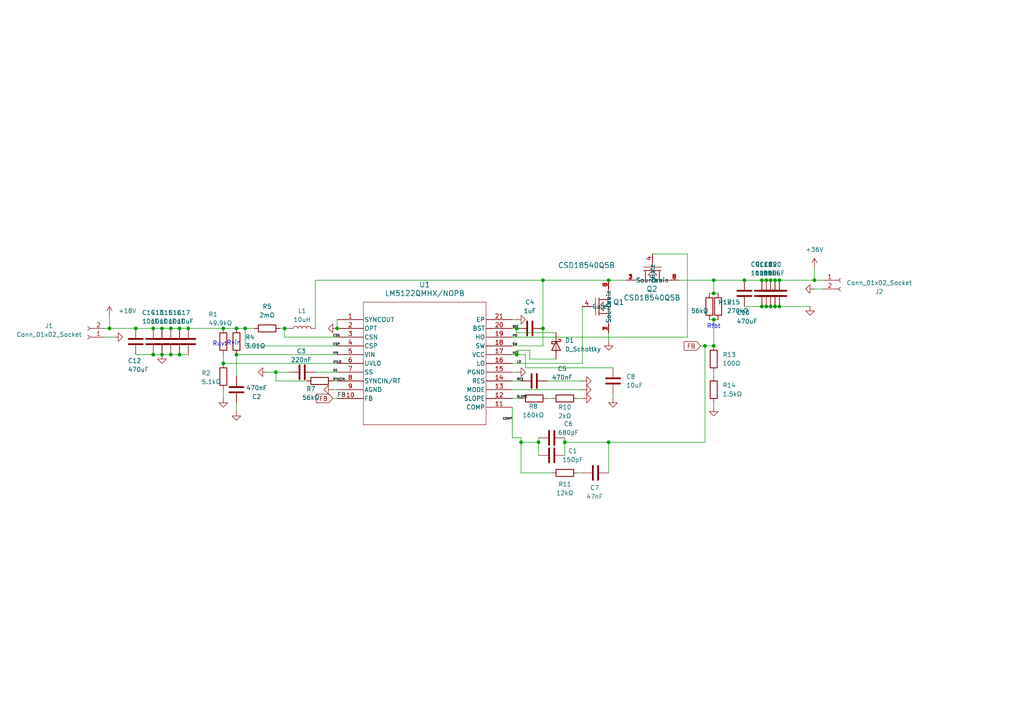
<source format=kicad_sch>
(kicad_sch (version 20250114) (generator "eeschema") (generator_version "9.0")
  (paper "A4")
  (title_block (title "15-22V Boost converter") (date "2026-02-08") (rev "B") (comment 2 "voltage rating checked"))
  (lib_symbols
    (symbol "Boost_Converter_Library:CSD18540Q5B" (pin_names (offset 0.254))
      (property "Value" "CSD18540Q5B" (at -6.985 10.16 0))
      (symbol "CSD18540Q5B_1_1"
        (polyline (pts (xy -3.81 0) (xy -1.27 0)) (stroke (width 0.1524)))
        (polyline (pts (xy -1.27 0) (xy 0 0)) (stroke (width 0.1524)))
        (polyline (pts (xy 0 -2.54) (xy 0 2.54)) (stroke (width 0.1524)))
        (polyline (pts (xy 1.016 2.54) (xy 1.016 -2.54)) (stroke (width 0.1524)))
        (polyline (pts (xy 1.016 2.54) (xy 1.016 -2.54)) (stroke (width 0.1524)))
        (polyline (pts (xy 1.016 0) (xy 2.286 1.27)) (stroke (width 0.1524)))
        (polyline (pts (xy 1.016 -2.032) (xy 3.81 -2.032)) (stroke (width 0.1524)))
        (polyline (pts (xy 1.27 -2.032) (xy 3.556 -2.032)) (stroke (width 0.1524)))
        (polyline (pts (xy 2.286 1.27) (xy 2.286 -1.27)) (stroke (width 0.1524)))
        (polyline (pts (xy 2.286 0) (xy 3.81 0)) (stroke (width 0.1524)))
        (polyline (pts (xy 2.286 -1.27) (xy 1.016 0)) (stroke (width 0.1524)))
        (polyline (pts (xy 2.794 0) (xy 3.81 0)) (stroke (width 0.1524)))
        (polyline (pts (xy 3.81 7.366) (xy 3.81 4.826)) (stroke (width 0.1524)))
        (polyline (pts (xy 3.81 5.08) (xy 3.81 2.54)) (stroke (width 0.1524)))
        (polyline (pts (xy 3.81 2.54) (xy 3.81 2.032)) (stroke (width 0.1524)))
        (polyline (pts (xy 3.81 2.54) (xy 3.81 2.032)) (stroke (width 0.1524)))
        (polyline (pts (xy 3.81 2.032) (xy 1.016 2.032)) (stroke (width 0.1524)))
        (polyline (pts (xy 3.81 2.032) (xy 1.27 2.032)) (stroke (width 0.1524)))
        (polyline (pts (xy 3.81 0) (xy 3.81 -2.54)) (stroke (width 0.1524)))
        (polyline (pts (xy 3.81 0) (xy 3.81 -2.54)) (stroke (width 0.1524)))
        (polyline (pts (xy 3.81 -2.54) (xy 3.81 -5.08)) (stroke (width 0.1524)))
        (polyline (pts (xy 3.81 -7.62) (xy 3.81 -5.08)) (stroke (width 0.1524)))
        (pin unspecified line (at -3.81 0 0) (length 2.54) (name "Gate") (number "4"))
        (pin unspecified line (at 3.81 7.62 270) (length 2.54) (name "Drain") (number "5"))
        (pin unspecified line (at 3.81 7.62 270) (length 2.54) (name "Drain") (number "6"))
        (pin unspecified line (at 3.81 7.62 270) (length 2.54) (name "Drain") (number "7"))
        (pin unspecified line (at 3.81 7.62 270) (length 2.54) (name "Drain") (number "8"))
        (pin unspecified line (at 3.81 -7.62 90) (length 2.54) (name "Source") (number "1"))
        (pin unspecified line (at 3.81 -7.62 90) (length 2.54) (name "Source") (number "2"))
        (pin unspecified line (at 3.81 -7.62 90) (length 2.54) (name "Source") (number "3"))
      )
    )
    (symbol "Boost_Converter_Library:LM5122QMH_NOPB" (pin_names (offset 0.254))
      (property "Reference" "U" (at 25.4 10.16 0))
      (property "Value" "LM5122QMH/NOPB" (at 25.4 7.62 0))
      (symbol "LM5122QMH_NOPB_0_1"
        (polyline (pts (xy 7.62 5.08) (xy 7.62 -30.48)) (stroke (width 0.127)))
        (polyline (pts (xy 7.62 -30.48) (xy 43.18 -30.48)) (stroke (width 0.127)))
        (polyline (pts (xy 43.18 5.08) (xy 7.62 5.08)) (stroke (width 0.127)))
        (polyline (pts (xy 43.18 -30.48) (xy 43.18 5.08)) (stroke (width 0.127)))
        (pin output line (at 0 0 0) (length 7.62) (name "SYNCOUT") (number "1"))
        (pin input line (at 0 -2.54 0) (length 7.62) (name "OPT") (number "2"))
        (pin input line (at 0 -5.08 0) (length 7.62) (name "CSN") (number "3"))
        (pin input line (at 0 -7.62 0) (length 7.62) (name "CSP") (number "4"))
        (pin input line (at 0 -10.16 0) (length 7.62) (name "VIN") (number "5"))
        (pin input line (at 0 -12.7 0) (length 7.62) (name "UVLO") (number "6"))
        (pin input line (at 0 -15.24 0) (length 7.62) (name "SS") (number "7"))
        (pin input line (at 0 -17.78 0) (length 7.62) (name "SYNCIN/RT") (number "8"))
        (pin power_in line (at 0 -20.32 0) (length 7.62) (name "AGND") (number "9"))
        (pin input line (at 0 -22.86 0) (length 7.62) (name "FB") (number "10"))
        (pin power_out line (at 50.8 0 180) (length 7.62) (name "EP") (number "21"))
        (pin input line (at 50.8 -2.54 180) (length 7.62) (name "BST") (number "20"))
        (pin output line (at 50.8 -5.08 180) (length 7.62) (name "HO") (number "19"))
        (pin bidirectional line (at 50.8 -7.62 180) (length 7.62) (name "SW") (number "18"))
        (pin power_in line (at 50.8 -10.16 180) (length 7.62) (name "VCC") (number "17"))
        (pin output line (at 50.8 -12.7 180) (length 7.62) (name "LO") (number "16"))
        (pin power_in line (at 50.8 -15.24 180) (length 7.62) (name "PGND") (number "15"))
        (pin output line (at 50.8 -17.78 180) (length 7.62) (name "RES") (number "14"))
        (pin input line (at 50.8 -20.32 180) (length 7.62) (name "MODE") (number "13"))
        (pin input line (at 50.8 -22.86 180) (length 7.62) (name "SLOPE") (number "12"))
        (pin output line (at 50.8 -25.4 180) (length 7.62) (name "COMP") (number "11"))
      )
    )
    (symbol "Connector:Conn_01x02_Socket" (pin_names (offset 1.016) (hide yes))
      (property "Reference" "J" (at 0 2.54 0))
      (property "Value" "Conn_01x02_Socket" (at 0 -5.08 0))
      (symbol "Conn_01x02_Socket_1_1"
        (polyline (pts (xy -1.27 0) (xy -0.508 0)) (stroke (width 0.1524)))
        (polyline (pts (xy -1.27 -2.54) (xy -0.508 -2.54)) (stroke (width 0.1524)))
        (arc (start 0 -0.508) (mid -0.5058 0) (end 0 0.508) (stroke (width 0.1524)))
        (arc (start 0 -3.048) (mid -0.5058 -2.54) (end 0 -2.032) (stroke (width 0.1524)))
        (pin passive line (at -5.08 0 0) (length 3.81) (name "Pin_1") (number "1"))
        (pin passive line (at -5.08 -2.54 0) (length 3.81) (name "Pin_2") (number "2"))
      )
    )
    (symbol "Device:C" (pin_numbers (hide yes)) (pin_names (offset 0.254))
      (property "Reference" "C" (at 0.635 2.54 0))
      (property "Value" "C" (at 0.635 -2.54 0))
      (symbol "C_0_1"
        (polyline (pts (xy -2.032 0.762) (xy 2.032 0.762)) (stroke (width 0.508)))
        (polyline (pts (xy -2.032 -0.762) (xy 2.032 -0.762)) (stroke (width 0.508)))
      )
      (symbol "C_1_1"
        (pin passive line (at 0 3.81 270) (length 2.794) (name "~") (number "1"))
        (pin passive line (at 0 -3.81 90) (length 2.794) (name "~") (number "2"))
      )
    )
    (symbol "Device:D_Schottky" (pin_numbers (hide yes)) (pin_names (offset 1.016) (hide yes))
      (property "Reference" "D" (at 0 2.54 0))
      (property "Value" "D_Schottky" (at 0 -2.54 0))
      (symbol "D_Schottky_0_1"
        (polyline (pts (xy -1.905 0.635) (xy -1.905 1.27) (xy -1.27 1.27) (xy -1.27 -1.27) (xy -0.635 -1.27) (xy -0.635 -0.635)) (stroke (width 0.254)))
        (polyline (pts (xy 1.27 1.27) (xy 1.27 -1.27) (xy -1.27 0) (xy 1.27 1.27)) (stroke (width 0.254)))
        (polyline (pts (xy 1.27 0) (xy -1.27 0)))
      )
      (symbol "D_Schottky_1_1"
        (pin passive line (at -3.81 0 0) (length 2.54) (name "K") (number "1"))
        (pin passive line (at 3.81 0 180) (length 2.54) (name "A") (number "2"))
      )
    )
    (symbol "Device:L" (pin_numbers (hide yes)) (pin_names (offset 1.016) (hide yes))
      (property "Reference" "L" (at -1.27 0 90))
      (property "Value" "L" (at 1.905 0 90))
      (symbol "L_0_1"
        (arc (start 0 2.54) (mid 0.6323 1.905) (end 0 1.27))
        (arc (start 0 1.27) (mid 0.6323 0.635) (end 0 0))
        (arc (start 0 0) (mid 0.6323 -0.635) (end 0 -1.27))
        (arc (start 0 -1.27) (mid 0.6323 -1.905) (end 0 -2.54))
      )
      (symbol "L_1_1"
        (pin passive line (at 0 3.81 270) (length 1.27) (name "1") (number "1"))
        (pin passive line (at 0 -3.81 90) (length 1.27) (name "2") (number "2"))
      )
    )
    (symbol "Device:R" (pin_numbers (hide yes)) (pin_names (offset 0))
      (property "Reference" "R" (at 2.032 0 90))
      (property "Value" "R" (at 0 0 90))
      (symbol "R_0_1"
        (rectangle (start -1.016 -2.54) (end 1.016 2.54) (stroke (width 0.254)))
      )
      (symbol "R_1_1"
        (pin passive line (at 0 3.81 270) (length 1.27) (name "~") (number "1"))
        (pin passive line (at 0 -3.81 90) (length 1.27) (name "~") (number "2"))
      )
    )
    (symbol "power:+24V" (power) (pin_numbers (hide yes)) (pin_names (offset 0) (hide yes))
      (property "Value" "+24V" (at 0 3.556 0))
      (symbol "+24V_0_1"
        (polyline (pts (xy -0.762 1.27) (xy 0 2.54)))
        (polyline (pts (xy 0 2.54) (xy 0.762 1.27)))
        (polyline (pts (xy 0 0) (xy 0 2.54)))
      )
      (symbol "+24V_1_1"
        (pin power_in line (at 0 0 90) (length 0) (name "~") (number "1"))
      )
    )
    (symbol "power:GND" (power) (pin_numbers (hide yes)) (pin_names (offset 0) (hide yes))
      (property "Value" "GND" (at 0 -3.81 0))
      (symbol "GND_0_1"
        (polyline (pts (xy 0 0) (xy 0 -1.27) (xy 1.27 -1.27) (xy 0 -2.54) (xy -1.27 -1.27) (xy 0 -1.27)))
      )
      (symbol "GND_1_1"
        (pin power_in line (at 0 0 270) (length 0) (name "~") (number "1"))
      )
    )
  )
  (text "Rvin" (at 67.818 99.568 0) (effects (font (size 1.27 1.27))))
  (text "Ruvt" (at 63.754 99.822 0) (effects (font (size 1.27 1.27))))
  (text "Rfbt" (at 207.01 94.742 0) (effects (font (size 1.27 1.27))))
  (junction (at 157.48 95.25))
  (junction (at 39.37 95.25))
  (junction (at 222.25 88.9))
  (junction (at 223.52 88.9))
  (junction (at 54.61 95.25))
  (junction (at 220.98 81.28))
  (junction (at 207.01 81.28))
  (junction (at 151.13 128.27))
  (junction (at 46.99 102.87))
  (junction (at 52.07 95.25))
  (junction (at 149.86 102.87))
  (junction (at 215.9 81.28))
  (junction (at 176.53 128.27))
  (junction (at 80.01 107.95))
  (junction (at 64.77 105.41))
  (junction (at 68.58 102.87))
  (junction (at 207.01 85.09))
  (junction (at 97.79 95.25))
  (junction (at 71.12 95.25))
  (junction (at 49.53 102.87))
  (junction (at 82.55 95.25))
  (junction (at 222.25 81.28))
  (junction (at 64.77 95.25))
  (junction (at 176.53 81.28))
  (junction (at 223.52 81.28))
  (junction (at 49.53 95.25))
  (junction (at 156.21 128.27))
  (junction (at 157.48 81.28))
  (junction (at 31.75 95.25))
  (junction (at 52.07 102.87))
  (junction (at 163.83 128.27))
  (junction (at 220.98 88.9))
  (junction (at 207.01 92.71))
  (junction (at 236.22 81.28))
  (junction (at 207.01 100.33))
  (junction (at 224.79 88.9))
  (junction (at 224.79 81.28))
  (junction (at 46.99 95.25))
  (junction (at 44.45 95.25))
  (junction (at 204.47 100.33))
  (junction (at 226.06 81.28))
  (junction (at 149.86 95.25))
  (junction (at 68.58 95.25))
  (junction (at 44.45 102.87))
  (junction (at 226.06 88.9))
  (wire (pts (xy 49.53 102.87) (xy 52.07 102.87)))
  (wire (pts (xy 157.48 95.25) (xy 157.48 100.33)))
  (wire (pts (xy 68.58 116.84) (xy 68.58 119.38)))
  (wire (pts (xy 207.01 81.28) (xy 215.9 81.28)))
  (wire (pts (xy 64.77 105.41) (xy 97.79 105.41)))
  (wire (pts (xy 153.67 104.14) (xy 153.67 101.6)))
  (wire (pts (xy 163.83 128.27) (xy 163.83 132.08)))
  (wire (pts (xy 151.13 128.27) (xy 156.21 128.27)))
  (wire (pts (xy 77.47 107.95) (xy 80.01 107.95)))
  (wire (pts (xy 80.01 107.95) (xy 80.01 110.49)))
  (wire (pts (xy 156.21 128.27) (xy 156.21 132.08)))
  (wire (pts (xy 177.8 114.3) (xy 177.8 115.57)))
  (wire (pts (xy 207.01 107.95) (xy 207.01 109.22)))
  (wire (pts (xy 204.47 100.33) (xy 204.47 128.27)))
  (wire (pts (xy 163.83 127) (xy 163.83 128.27)))
  (wire (pts (xy 148.59 127) (xy 151.13 127)))
  (wire (pts (xy 156.21 127) (xy 156.21 128.27)))
  (wire (pts (xy 149.86 102.87) (xy 152.4 102.87)))
  (wire (pts (xy 148.59 113.03) (xy 168.91 113.03)))
  (wire (pts (xy 149.86 102.87) (xy 148.59 102.87)))
  (wire (pts (xy 149.86 95.25) (xy 149.86 96.52)))
  (wire (pts (xy 149.86 101.6) (xy 149.86 102.87)))
  (wire (pts (xy 148.59 95.25) (xy 149.86 95.25)))
  (wire (pts (xy 71.12 95.25) (xy 73.66 95.25)))
  (wire (pts (xy 151.13 127) (xy 151.13 128.27)))
  (wire (pts (xy 82.55 97.79) (xy 97.79 97.79)))
  (wire (pts (xy 199.39 73.66) (xy 199.39 97.79)))
  (wire (pts (xy 222.25 88.9) (xy 223.52 88.9)))
  (wire (pts (xy 158.75 110.49) (xy 168.91 110.49)))
  (wire (pts (xy 189.23 73.66) (xy 199.39 73.66)))
  (wire (pts (xy 39.37 102.87) (xy 44.45 102.87)))
  (wire (pts (xy 161.29 96.52) (xy 149.86 96.52)))
  (wire (pts (xy 81.28 95.25) (xy 82.55 95.25)))
  (wire (pts (xy 68.58 102.87) (xy 97.79 102.87)))
  (wire (pts (xy 163.83 128.27) (xy 176.53 128.27)))
  (wire (pts (xy 80.01 110.49) (xy 88.9 110.49)))
  (wire (pts (xy 97.79 92.71) (xy 97.79 95.25)))
  (wire (pts (xy 220.98 88.9) (xy 222.25 88.9)))
  (wire (pts (xy 96.52 113.03) (xy 97.79 113.03)))
  (wire (pts (xy 52.07 102.87) (xy 54.61 102.87)))
  (wire (pts (xy 222.25 81.28) (xy 223.52 81.28)))
  (wire (pts (xy 96.52 110.49) (xy 97.79 110.49)))
  (wire (pts (xy 205.74 85.09) (xy 207.01 85.09)))
  (wire (pts (xy 157.48 81.28) (xy 157.48 95.25)))
  (wire (pts (xy 167.64 137.16) (xy 168.91 137.16)))
  (wire (pts (xy 207.01 81.28) (xy 207.01 85.09)))
  (wire (pts (xy 207.01 92.71) (xy 208.28 92.71)))
  (wire (pts (xy 71.12 100.33) (xy 97.79 100.33)))
  (wire (pts (xy 207.01 85.09) (xy 208.28 85.09)))
  (wire (pts (xy 168.91 105.41) (xy 148.59 105.41)))
  (wire (pts (xy 223.52 88.9) (xy 224.79 88.9)))
  (wire (pts (xy 44.45 102.87) (xy 46.99 102.87)))
  (wire (pts (xy 207.01 92.71) (xy 207.01 100.33)))
  (wire (pts (xy 196.85 81.28) (xy 207.01 81.28)))
  (wire (pts (xy 176.53 137.16) (xy 176.53 128.27)))
  (wire (pts (xy 152.4 106.68) (xy 177.8 106.68)))
  (wire (pts (xy 168.91 88.9) (xy 168.91 105.41)))
  (wire (pts (xy 49.53 95.25) (xy 52.07 95.25)))
  (wire (pts (xy 207.01 116.84) (xy 207.01 118.11)))
  (wire (pts (xy 161.29 104.14) (xy 153.67 104.14)))
  (wire (pts (xy 220.98 81.28) (xy 222.25 81.28)))
  (wire (pts (xy 236.22 83.82) (xy 238.76 83.82)))
  (wire (pts (xy 148.59 107.95) (xy 149.86 107.95)))
  (wire (pts (xy 82.55 97.79) (xy 82.55 95.25)))
  (wire (pts (xy 82.55 95.25) (xy 83.82 95.25)))
  (wire (pts (xy 46.99 95.25) (xy 49.53 95.25)))
  (wire (pts (xy 176.53 96.52) (xy 176.53 99.06)))
  (wire (pts (xy 207.01 100.33) (xy 204.47 100.33)))
  (wire (pts (xy 80.01 107.95) (xy 83.82 107.95)))
  (wire (pts (xy 71.12 95.25) (xy 71.12 100.33)))
  (wire (pts (xy 68.58 102.87) (xy 68.58 109.22)))
  (wire (pts (xy 158.75 115.57) (xy 160.02 115.57)))
  (wire (pts (xy 151.13 128.27) (xy 151.13 137.16)))
  (wire (pts (xy 68.58 95.25) (xy 71.12 95.25)))
  (wire (pts (xy 64.77 95.25) (xy 68.58 95.25)))
  (wire (pts (xy 91.44 81.28) (xy 157.48 81.28)))
  (wire (pts (xy 226.06 81.28) (xy 236.22 81.28)))
  (wire (pts (xy 148.59 110.49) (xy 151.13 110.49)))
  (wire (pts (xy 91.44 95.25) (xy 91.44 81.28)))
  (wire (pts (xy 176.53 128.27) (xy 204.47 128.27)))
  (wire (pts (xy 148.59 115.57) (xy 151.13 115.57)))
  (wire (pts (xy 64.77 113.03) (xy 64.77 115.57)))
  (wire (pts (xy 215.9 81.28) (xy 220.98 81.28)))
  (wire (pts (xy 205.74 92.71) (xy 207.01 92.71)))
  (wire (pts (xy 236.22 77.47) (xy 236.22 81.28)))
  (wire (pts (xy 52.07 95.25) (xy 54.61 95.25)))
  (wire (pts (xy 215.9 88.9) (xy 220.98 88.9)))
  (wire (pts (xy 148.59 92.71) (xy 149.86 92.71)))
  (wire (pts (xy 224.79 88.9) (xy 226.06 88.9)))
  (wire (pts (xy 157.48 81.28) (xy 176.53 81.28)))
  (wire (pts (xy 30.48 95.25) (xy 31.75 95.25)))
  (wire (pts (xy 31.75 95.25) (xy 39.37 95.25)))
  (wire (pts (xy 226.06 88.9) (xy 234.95 88.9)))
  (wire (pts (xy 64.77 102.87) (xy 64.77 105.41)))
  (wire (pts (xy 152.4 102.87) (xy 152.4 106.68)))
  (wire (pts (xy 46.99 102.87) (xy 49.53 102.87)))
  (wire (pts (xy 151.13 137.16) (xy 160.02 137.16)))
  (wire (pts (xy 148.59 118.11) (xy 148.59 127)))
  (wire (pts (xy 30.48 97.79) (xy 33.02 97.79)))
  (wire (pts (xy 223.52 81.28) (xy 224.79 81.28)))
  (wire (pts (xy 167.64 115.57) (xy 168.91 115.57)))
  (wire (pts (xy 157.48 100.33) (xy 148.59 100.33)))
  (wire (pts (xy 153.67 101.6) (xy 149.86 101.6)))
  (wire (pts (xy 31.75 91.44) (xy 31.75 95.25)))
  (wire (pts (xy 54.61 95.25) (xy 64.77 95.25)))
  (wire (pts (xy 204.47 100.33) (xy 203.2 100.33)))
  (wire (pts (xy 176.53 81.28) (xy 181.61 81.28)))
  (wire (pts (xy 96.52 115.57) (xy 97.79 115.57)))
  (wire (pts (xy 236.22 81.28) (xy 238.76 81.28)))
  (wire (pts (xy 44.45 95.25) (xy 46.99 95.25)))
  (wire (pts (xy 224.79 81.28) (xy 226.06 81.28)))
  (wire (pts (xy 148.59 97.79) (xy 199.39 97.79)))
  (wire (pts (xy 39.37 95.25) (xy 44.45 95.25)))
  (wire (pts (xy 91.44 107.95) (xy 97.79 107.95)))
  (label "SW" (at 148.59 100.33 0) (effects (font (size 0.635 0.635))))
  (label "SS" (at 96.52 107.95 0) (effects (font (size 0.635 0.635))))
  (label "HO" (at 148.59 97.79 0) (effects (font (size 0.635 0.635))))
  (label "RES" (at 149.86 110.49 0) (effects (font (size 0.635 0.635))))
  (label "SLOPE" (at 149.86 115.57 0) (effects (font (size 0.635 0.635))))
  (label "VIN" (at 96.52 102.87 0) (effects (font (size 0.635 0.635))))
  (label "VCC" (at 148.59 102.87 0) (effects (font (size 0.635 0.635))))
  (label "CSP" (at 96.52 100.33 0) (effects (font (size 0.635 0.635))))
  (label "LO" (at 149.86 105.41 0) (effects (font (size 0.635 0.635))))
  (label "COMP" (at 148.59 121.92 180) (effects (font (size 0.635 0.635))))
  (label "BST" (at 148.59 95.25 0) (effects (font (size 0.635 0.635))))
  (label "UVLO" (at 96.52 105.41 0) (effects (font (size 0.635 0.635))))
  (label "SYNCIN" (at 96.52 110.49 0) (effects (font (size 0.635 0.635))))
  (label "CSN" (at 96.52 97.79 0) (effects (font (size 0.635 0.635))))
  (label "FB" (at 97.79 115.57 0))
  (global_label "FB" (shape input) (at 96.52 115.57 180) (property "Intersheetrefs" "${INTERSHEET_REFS}" (effects (hide yes))))
  (global_label "FB" (shape input) (at 203.2 100.33 180) (property "Intersheetrefs" "${INTERSHEET_REFS}" (effects (hide yes))))
  (symbol (lib_id "power:GND") (at 236.22 83.82 270) (unit 1)
    (property "Reference" "#PWR019" (effects (hide yes)))
    (property "Value" "GND" (effects (hide yes)))
    (property "Description" "Power symbol creates a global label with name \"GND\" , ground" (effects (hide yes)))
  )
  (symbol (lib_id "Device:R") (at 77.47 95.25 90) (unit 1)
    (property "Reference" "R5" (at 77.47 88.9 90))
    (property "Value" "2mΩ" (at 77.47 91.44 90))
    (property "Footprint" "Resistor_SMD:R_2512_6332Metric" (effects (hide yes)))
    (property "Description" "Resistor" (effects (hide yes)))
    (property "JLCPCB Part number" "C728306" (effects (hide yes)))
  )
  (symbol (lib_id "Connector:Conn_01x02_Socket") (at 25.4 97.79 180) (unit 1)
    (property "Reference" "J1" (at 14.224 94.488 0))
    (property "Value" "Conn_01x02_Socket" (at 14.224 97.028 0))
    (property "Footprint" "TerminalBlock_MetzConnect:TerminalBlock_MetzConnect_Type055_RT01502HDWU_1x02_P5.00mm_Horizontal" (effects (hide yes)))
    (property "Description" "Generic connector, single row, 01x02, script generated" (effects (hide yes)))
  )
  (symbol (lib_id "power:+24V") (at 236.22 77.47 0) (unit 1)
    (property "Reference" "#PWR018" (effects (hide yes)))
    (property "Value" "+36V" (at 236.22 72.39 0))
    (property "Description" "Power symbol creates a global label with name \"+24V\"" (effects (hide yes)))
  )
  (symbol (lib_id "Device:R") (at 163.83 137.16 90) (unit 1)
    (property "Reference" "R11" (at 163.83 140.462 90))
    (property "Value" "12kΩ" (at 163.83 143.002 90))
    (property "Footprint" "Resistor_SMD:R_0603_1608Metric" (effects (hide yes)))
    (property "Description" "Resistor" (effects (hide yes)))
    (property "JLCPCB Part number" "C22790" (effects (hide yes)))
  )
  (symbol (lib_id "Connector:Conn_01x02_Socket") (at 243.84 81.28 0) (unit 1)
    (property "Reference" "J2" (at 255.016 84.582 0))
    (property "Value" "Conn_01x02_Socket" (at 255.016 82.042 0))
    (property "Footprint" "TerminalBlock_MetzConnect:TerminalBlock_MetzConnect_Type055_RT01502HDWU_1x02_P5.00mm_Horizontal" (effects (hide yes)))
    (property "Description" "Generic connector, single row, 01x02, script generated" (effects (hide yes)))
  )
  (symbol (lib_id "Boost_Converter_Library:LM5122QMH_NOPB") (at 97.79 92.71 0) (unit 1)
    (property "Reference" "U1" (at 123.19 82.55 0) (effects (font (size 1.524 1.524))))
    (property "Value" "LM5122QMHX/NOPB" (at 123.19 85.09 0) (effects (font (size 1.524 1.524))))
    (property "Footprint" "Boost_Converter_Footprint_Library:HTSSOP20" (effects (hide yes)))
    (property "Datasheet" "https://www.ti.com/lit/gpn/lm5122-q1" (effects (hide yes)))
    (property "JLCPCB Part number" "C527477" (effects (hide yes)))
  )
  (symbol (lib_id "Boost_Converter_Library:CSD18540Q5B") (at 189.23 77.47 270) (unit 1)
    (property "Reference" "Q2" (at 189.103 83.82 90) (effects (font (size 1.524 1.524))))
    (property "Value" "CSD18540Q5B" (at 189.103 86.36 90) (effects (font (size 1.524 1.524))))
    (property "Footprint" "DNK0008A" (effects (hide yes)))
    (property "Datasheet" "https://www.ti.com/lit/gpn/csd18540q5b" (effects (hide yes)))
    (property "JLCPCB Part number" "C86513" (effects (hide yes)))
  )
  (symbol (lib_id "power:GND") (at 176.53 99.06 0) (unit 1)
    (property "Reference" "#PWR014" (effects (hide yes)))
    (property "Value" "GND" (effects (hide yes)))
    (property "Description" "Power symbol creates a global label with name \"GND\" , ground" (effects (hide yes)))
  )
  (symbol (lib_id "Device:C") (at 154.94 110.49 90) (unit 1)
    (property "Reference" "C5" (at 163.068 106.934 90))
    (property "Value" "470nF" (at 163.068 109.474 90))
    (property "Footprint" "Capacitor_SMD:C_0603_1608Metric" (effects (hide yes)))
    (property "Description" "Unpolarized capacitor" (effects (hide yes)))
    (property "JLCPCB Part number" "C1623" (effects (hide yes)))
  )
  (symbol (lib_id "Device:C") (at 223.52 85.09 0) (unit 1)
    (property "Reference" "C18" (at 220.218 76.708 0) (effects (justify left)))
    (property "Value" "10uF" (at 220.218 79.248 0) (effects (justify left)))
    (property "Footprint" "Capacitor_SMD:C_0805_2012Metric" (effects (hide yes)))
    (property "Description" "Unpolarized capacitor" (effects (hide yes)))
    (property "JLCPCB Part number" "C440198" (effects (hide yes)))
  )
  (symbol (lib_id "power:GND") (at 77.47 107.95 270) (unit 1)
    (property "Reference" "#PWR06" (effects (hide yes)))
    (property "Value" "GND" (effects (hide yes)))
    (property "Description" "Power symbol creates a global label with name \"GND\" , ground" (effects (hide yes)))
  )
  (symbol (lib_id "Device:C") (at 87.63 107.95 90) (unit 1)
    (property "Reference" "C3" (at 87.376 101.854 90))
    (property "Value" "220nF" (at 87.376 104.394 90))
    (property "Footprint" "Capacitor_SMD:C_0603_1608Metric" (effects (hide yes)))
    (property "Description" "Unpolarized capacitor" (effects (hide yes)))
    (property "JLCPCB Part number" "C21120" (effects (hide yes)))
  )
  (symbol (lib_id "power:GND") (at 64.77 115.57 0) (unit 1)
    (property "Reference" "#PWR04" (effects (hide yes)))
    (property "Value" "GND" (effects (hide yes)))
    (property "Description" "Power symbol creates a global label with name \"GND\" , ground" (effects (hide yes)))
  )
  (symbol (lib_id "power:GND") (at 168.91 115.57 90) (unit 1)
    (property "Reference" "#PWR013" (effects (hide yes)))
    (property "Value" "GND" (effects (hide yes)))
    (property "Description" "Power symbol creates a global label with name \"GND\" , ground" (effects (hide yes)))
  )
  (symbol (lib_id "Device:C") (at 160.02 127 90) (unit 1)
    (property "Reference" "C6" (at 164.846 122.936 90))
    (property "Value" "680pF" (at 164.846 125.476 90))
    (property "Footprint" "Capacitor_SMD:C_0603_1608Metric" (effects (hide yes)))
    (property "Description" "Unpolarized capacitor" (effects (hide yes)))
    (property "JLCPCB Part number" "C1630" (effects (hide yes)))
  )
  (symbol (lib_id "Device:C") (at 39.37 99.06 0) (unit 1)
    (property "Reference" "C12" (at 37.084 104.648 0) (effects (justify left)))
    (property "Value" "470uF" (at 37.084 107.188 0) (effects (justify left)))
    (property "Footprint" "Capacitor_THT:CP_Radial_D10.0mm_P5.00mm" (effects (hide yes)))
    (property "Description" "Unpolarized capacitor" (effects (hide yes)))
    (property "JLCPCB Part number" "C5438877" (effects (hide yes)))
  )
  (symbol (lib_id "Device:C") (at 52.07 99.06 0) (unit 1)
    (property "Reference" "C16" (at 48.768 90.678 0) (effects (justify left)))
    (property "Value" "10uF" (at 48.768 93.218 0) (effects (justify left)))
    (property "Footprint" "Capacitor_SMD:C_0805_2012Metric" (effects (hide yes)))
    (property "Description" "Unpolarized capacitor" (effects (hide yes)))
    (property "JLCPCB Part number" "C440198" (effects (hide yes)))
  )
  (symbol (lib_id "power:GND") (at 149.86 107.95 90) (unit 1)
    (property "Reference" "#PWR010" (effects (hide yes)))
    (property "Value" "GND" (effects (hide yes)))
    (property "Description" "Power symbol creates a global label with name \"GND\" , ground" (effects (hide yes)))
  )
  (symbol (lib_id "Device:R") (at 207.01 113.03 0) (unit 1)
    (property "Reference" "R14" (at 209.55 111.7599 0) (effects (justify left)))
    (property "Value" "1.5kΩ" (at 209.55 114.2999 0) (effects (justify left)))
    (property "Footprint" "Resistor_SMD:R_0603_1608Metric" (effects (hide yes)))
    (property "Description" "Resistor" (effects (hide yes)))
    (property "JLCPCB Part number" "C22843" (effects (hide yes)))
  )
  (symbol (lib_id "Device:R") (at 205.74 88.9 0) (unit 1)
    (property "Reference" "R12" (at 208.28 87.6299 0) (effects (justify left)))
    (property "Value" "56kΩ" (at 200.406 90.17 0) (effects (justify left)))
    (property "Footprint" "Resistor_SMD:R_0603_1608Metric" (effects (hide yes)))
    (property "Description" "Resistor" (effects (hide yes)))
    (property "JLCPCB Part number" "C23206" (effects (hide yes)))
  )
  (symbol (lib_id "power:GND") (at 207.01 118.11 0) (unit 1)
    (property "Reference" "#PWR016" (effects (hide yes)))
    (property "Value" "GND" (effects (hide yes)))
    (property "Description" "Power symbol creates a global label with name \"GND\" , ground" (effects (hide yes)))
  )
  (symbol (lib_id "power:GND") (at 46.99 102.87 0) (unit 1)
    (property "Reference" "#PWR020" (effects (hide yes)))
    (property "Value" "GND" (effects (hide yes)))
    (property "Description" "Power symbol creates a global label with name \"GND\" , ground" (effects (hide yes)))
  )
  (symbol (lib_id "Device:C") (at 49.53 99.06 0) (unit 1)
    (property "Reference" "C15" (at 46.228 90.678 0) (effects (justify left)))
    (property "Value" "10uF" (at 46.228 93.218 0) (effects (justify left)))
    (property "Footprint" "Capacitor_SMD:C_0805_2012Metric" (effects (hide yes)))
    (property "Description" "Unpolarized capacitor" (effects (hide yes)))
    (property "JLCPCB Part number" "C440198" (effects (hide yes)))
  )
  (symbol (lib_id "power:GND") (at 68.58 119.38 0) (unit 1)
    (property "Reference" "#PWR05" (effects (hide yes)))
    (property "Value" "GND" (effects (hide yes)))
    (property "Description" "Power symbol creates a global label with name \"GND\" , ground" (effects (hide yes)))
  )
  (symbol (lib_id "Device:R") (at 64.77 99.06 0) (unit 1)
    (property "Reference" "R1" (at 60.452 91.186 0) (effects (justify left)))
    (property "Value" "49.9kΩ" (at 60.452 93.726 0) (effects (justify left)))
    (property "Footprint" "Resistor_SMD:R_0603_1608Metric" (effects (hide yes)))
    (property "Description" "Resistor" (effects (hide yes)))
    (property "JLCPCB Part number" "C23184" (effects (hide yes)))
  )
  (symbol (lib_id "Device:R") (at 64.77 109.22 0) (unit 1)
    (property "Reference" "R2" (at 58.42 108.204 0) (effects (justify left)))
    (property "Value" "5.1kΩ" (at 58.42 110.744 0) (effects (justify left)))
    (property "Footprint" "Resistor_SMD:R_0603_1608Metric" (effects (hide yes)))
    (property "Description" "Resistor" (effects (hide yes)))
    (property "JLCPCB Part number" "C23186" (effects (hide yes)))
  )
  (symbol (lib_id "power:GND") (at 33.02 97.79 90) (unit 1)
    (property "Reference" "#PWR02" (effects (hide yes)))
    (property "Value" "GND" (effects (hide yes)))
    (property "Description" "Power symbol creates a global label with name \"GND\" , ground" (effects (hide yes)))
  )
  (symbol (lib_id "power:GND") (at 96.52 113.03 270) (unit 1)
    (property "Reference" "#PWR07" (effects (hide yes)))
    (property "Value" "GND" (effects (hide yes)))
    (property "Description" "Power symbol creates a global label with name \"GND\" , ground" (effects (hide yes)))
  )
  (symbol (lib_id "Device:C") (at 54.61 99.06 0) (unit 1)
    (property "Reference" "C17" (at 51.308 90.678 0) (effects (justify left)))
    (property "Value" "10uF" (at 51.308 93.218 0) (effects (justify left)))
    (property "Footprint" "Capacitor_SMD:C_0805_2012Metric" (effects (hide yes)))
    (property "Description" "Unpolarized capacitor" (effects (hide yes)))
    (property "JLCPCB Part number" "C440198" (effects (hide yes)))
  )
  (symbol (lib_id "Device:C") (at 153.67 95.25 90) (unit 1)
    (property "Reference" "C4" (at 153.67 87.63 90))
    (property "Value" "1uF" (at 153.67 90.17 90))
    (property "Footprint" "Capacitor_SMD:C_0805_2012Metric" (effects (hide yes)))
    (property "Description" "Unpolarized capacitor" (effects (hide yes)))
    (property "JLCPCB Part number" "C28323" (effects (hide yes)))
  )
  (symbol (lib_id "Device:C") (at 226.06 85.09 0) (unit 1)
    (property "Reference" "C20" (at 222.758 76.708 0) (effects (justify left)))
    (property "Value" "10uF" (at 222.758 79.248 0) (effects (justify left)))
    (property "Footprint" "Capacitor_SMD:C_0805_2012Metric" (effects (hide yes)))
    (property "Description" "Unpolarized capacitor" (effects (hide yes)))
    (property "JLCPCB Part number" "C440198" (effects (hide yes)))
  )
  (symbol (lib_id "power:GND") (at 177.8 115.57 0) (unit 1)
    (property "Reference" "#PWR015" (effects (hide yes)))
    (property "Value" "GND" (effects (hide yes)))
    (property "Description" "Power symbol creates a global label with name \"GND\" , ground" (effects (hide yes)))
  )
  (symbol (lib_id "Device:R") (at 207.01 104.14 0) (unit 1)
    (property "Reference" "R13" (at 209.55 102.8699 0) (effects (justify left)))
    (property "Value" "100Ω" (at 209.55 105.4099 0) (effects (justify left)))
    (property "Footprint" "Resistor_SMD:R_0603_1608Metric" (effects (hide yes)))
    (property "Description" "Resistor" (effects (hide yes)))
    (property "JLCPCB Part number" "C22775" (effects (hide yes)))
  )
  (symbol (lib_id "Device:R") (at 92.71 110.49 90) (unit 1)
    (property "Reference" "R7" (at 90.17 112.776 90))
    (property "Value" "56kΩ" (at 90.17 115.316 90))
    (property "Footprint" "Resistor_SMD:R_0603_1608Metric" (effects (hide yes)))
    (property "Description" "Resistor" (effects (hide yes)))
    (property "JLCPCB Part number" "C23206" (effects (hide yes)))
  )
  (symbol (lib_id "Device:C") (at 220.98 85.09 0) (unit 1)
    (property "Reference" "C9" (at 217.678 76.708 0) (effects (justify left)))
    (property "Value" "10uF" (at 217.678 79.248 0) (effects (justify left)))
    (property "Footprint" "Capacitor_SMD:C_0805_2012Metric" (effects (hide yes)))
    (property "Description" "Unpolarized capacitor" (effects (hide yes)))
    (property "JLCPCB Part number" "C440198" (effects (hide yes)))
  )
  (symbol (lib_id "Device:C") (at 44.45 99.06 0) (unit 1)
    (property "Reference" "C14" (at 41.148 90.678 0) (effects (justify left)))
    (property "Value" "10uF" (at 41.148 93.218 0) (effects (justify left)))
    (property "Footprint" "Capacitor_SMD:C_0805_2012Metric" (effects (hide yes)))
    (property "Description" "Unpolarized capacitor" (effects (hide yes)))
    (property "JLCPCB Part number" "C440198" (effects (hide yes)))
  )
  (symbol (lib_id "Device:R") (at 154.94 115.57 90) (unit 1)
    (property "Reference" "R8" (at 154.686 117.856 90))
    (property "Value" "160kΩ" (at 154.686 120.396 90))
    (property "Footprint" "Resistor_SMD:R_0603_1608Metric" (effects (hide yes)))
    (property "Description" "Resistor" (effects (hide yes)))
    (property "JLCPCB Part number" "C22813" (effects (hide yes)))
  )
  (symbol (lib_id "Device:D_Schottky") (at 161.29 100.33 270) (unit 1)
    (property "Reference" "D1" (at 163.83 98.7424 90) (effects (justify left)))
    (property "Value" "D_Schottky" (at 163.83 101.2824 90) (effects (justify left)))
    (property "Footprint" "Diode_SMD:D_SMA" (effects (hide yes)))
    (property "Description" "Schottky diode" (effects (hide yes)))
    (property "JLCPCB Part number" "C18199198" (effects (hide yes)))
  )
  (symbol (lib_id "Device:C") (at 172.72 137.16 90) (unit 1)
    (property "Reference" "C7" (at 172.466 141.478 90))
    (property "Value" "47nF" (at 172.466 144.018 90))
    (property "Footprint" "Capacitor_SMD:C_0805_2012Metric" (effects (hide yes)))
    (property "Description" "Unpolarized capacitor" (effects (hide yes)))
    (property "JLCPCB Part number" "C5378" (effects (hide yes)))
  )
  (symbol (lib_id "Device:C") (at 68.58 113.03 180) (unit 1)
    (property "Reference" "C2" (at 74.422 115.062 0))
    (property "Value" "470nF" (at 74.422 112.522 0))
    (property "Footprint" "Capacitor_SMD:C_0805_2012Metric" (effects (hide yes)))
    (property "Description" "Unpolarized capacitor" (effects (hide yes)))
    (property "JLCPCB Part number" "C13967" (effects (hide yes)))
  )
  (symbol (lib_id "Device:C") (at 160.02 132.08 90) (unit 1)
    (property "Reference" "C1" (at 166.116 130.81 90))
    (property "Value" "150pF" (at 166.116 133.35 90))
    (property "Footprint" "Capacitor_SMD:C_0603_1608Metric" (effects (hide yes)))
    (property "Description" "Unpolarized capacitor" (effects (hide yes)))
    (property "JLCPCB Part number" "C1594" (effects (hide yes)))
  )
  (symbol (lib_id "power:GND") (at 168.91 110.49 90) (unit 1)
    (property "Reference" "#PWR011" (effects (hide yes)))
    (property "Value" "GND" (effects (hide yes)))
    (property "Description" "Power symbol creates a global label with name \"GND\" , ground" (effects (hide yes)))
  )
  (symbol (lib_id "Device:C") (at 224.79 85.09 0) (unit 1)
    (property "Reference" "C19" (at 221.488 76.708 0) (effects (justify left)))
    (property "Value" "10uF" (at 221.488 79.248 0) (effects (justify left)))
    (property "Footprint" "Capacitor_SMD:C_0805_2012Metric" (effects (hide yes)))
    (property "Description" "Unpolarized capacitor" (effects (hide yes)))
    (property "JLCPCB Part number" "C440198" (effects (hide yes)))
  )
  (symbol (lib_id "power:GND") (at 97.79 95.25 270) (unit 1)
    (property "Reference" "#PWR08" (effects (hide yes)))
    (property "Value" "GND" (effects (hide yes)))
    (property "Description" "Power symbol creates a global label with name \"GND\" , ground" (effects (hide yes)))
  )
  (symbol (lib_id "Device:R") (at 208.28 88.9 0) (unit 1)
    (property "Reference" "R15" (at 210.82 87.6299 0) (effects (justify left)))
    (property "Value" "270kΩ" (at 210.82 90.1699 0) (effects (justify left)))
    (property "Footprint" "Resistor_SMD:R_0603_1608Metric" (effects (hide yes)))
    (property "Description" "Resistor" (effects (hide yes)))
    (property "JLCPCB Part number" "C22965" (effects (hide yes)))
  )
  (symbol (lib_id "Device:C") (at 222.25 85.09 0) (unit 1)
    (property "Reference" "C11" (at 218.948 76.708 0) (effects (justify left)))
    (property "Value" "10uF" (at 218.948 79.248 0) (effects (justify left)))
    (property "Footprint" "Capacitor_SMD:C_0805_2012Metric" (effects (hide yes)))
    (property "Description" "Unpolarized capacitor" (effects (hide yes)))
    (property "JLCPCB Part number" "C440198" (effects (hide yes)))
  )
  (symbol (lib_id "Device:R") (at 163.83 115.57 90) (unit 1)
    (property "Reference" "R10" (at 163.83 118.11 90))
    (property "Value" "2kΩ" (at 163.83 120.65 90))
    (property "Footprint" "Resistor_SMD:R_0603_1608Metric" (effects (hide yes)))
    (property "Description" "Resistor" (effects (hide yes)))
    (property "JLCPCB Part number" "C22975" (effects (hide yes)))
  )
  (symbol (lib_id "Device:C") (at 177.8 110.49 0) (unit 1)
    (property "Reference" "C8" (at 181.61 109.2199 0) (effects (justify left)))
    (property "Value" "10uF" (at 181.61 111.7599 0) (effects (justify left)))
    (property "Footprint" "Capacitor_SMD:C_0805_2012Metric" (effects (hide yes)))
    (property "Description" "Unpolarized capacitor" (effects (hide yes)))
    (property "JLCPCB Part number" "C440198" (effects (hide yes)))
  )
  (symbol (lib_id "power:+24V") (at 31.75 91.44 0) (unit 1)
    (property "Reference" "#PWR01" (effects (hide yes)))
    (property "Value" "+18V" (at 34.29 90.1699 0) (effects (justify left)))
    (property "Description" "Power symbol creates a global label with name \"+24V\"" (effects (hide yes)))
  )
  (symbol (lib_id "Device:L") (at 87.63 95.25 90) (unit 1)
    (property "Reference" "L1" (at 87.63 90.17 90))
    (property "Value" "10uH" (at 87.63 92.71 90))
    (property "Footprint" "Boost_Converter_Footprint_Library:IND_SER2918H_COC" (effects (hide yes)))
    (property "Description" "Inductor" (effects (hide yes)))
    (property "JLCPCB Part number" "C3037600" (effects (hide yes)))
  )
  (symbol (lib_id "Device:C") (at 215.9 85.09 0) (unit 1)
    (property "Reference" "C10" (at 213.614 90.678 0) (effects (justify left)))
    (property "Value" "470uF" (at 213.614 93.218 0) (effects (justify left)))
    (property "Footprint" "Capacitor_THT:CP_Radial_D10.0mm_P5.00mm" (effects (hide yes)))
    (property "Description" "Unpolarized capacitor" (effects (hide yes)))
    (property "JLCPCB Part number" "C5438877" (effects (hide yes)))
  )
  (symbol (lib_id "power:GND") (at 149.86 92.71 90) (unit 1)
    (property "Reference" "#PWR09" (effects (hide yes)))
    (property "Value" "GND" (effects (hide yes)))
    (property "Description" "Power symbol creates a global label with name \"GND\" , ground" (effects (hide yes)))
  )
  (symbol (lib_id "Device:R") (at 68.58 99.06 0) (unit 1)
    (property "Reference" "R4" (at 71.12 97.7899 0) (effects (justify left)))
    (property "Value" "3.01Ω" (at 71.12 100.3299 0) (effects (justify left)))
    (property "Footprint" "Resistor_SMD:R_0603_1608Metric" (effects (hide yes)))
    (property "Description" "Resistor" (effects (hide yes)))
    (property "JLCPCB Part number" "C49655781" (effects (hide yes)))
  )
  (symbol (lib_id "power:GND") (at 234.95 88.9 0) (unit 1)
    (property "Reference" "#PWR017" (effects (hide yes)))
    (property "Value" "GND" (effects (hide yes)))
    (property "Description" "Power symbol creates a global label with name \"GND\" , ground" (effects (hide yes)))
  )
  (symbol (lib_id "Boost_Converter_Library:CSD18540Q5B") (at 172.72 88.9 0) (unit 1)
    (property "Reference" "Q1" (at 177.8 87.6299 0) (effects (font (size 1.524 1.524)) (justify left)))
    (property "Value" "CSD18540Q5B" (at 161.798 76.962 0) (effects (font (size 1.524 1.524)) (justify left)))
    (property "Footprint" "DNK0008A" (effects (hide yes)))
    (property "Datasheet" "https://www.ti.com/lit/gpn/csd18540q5b" (effects (hide yes)))
    (property "JLCPCB Part number" "C86513" (effects (hide yes)))
  )
  (symbol (lib_id "power:GND") (at 168.91 113.03 90) (unit 1)
    (property "Reference" "#PWR012" (effects (hide yes)))
    (property "Value" "GND" (effects (hide yes)))
    (property "Description" "Power symbol creates a global label with name \"GND\" , ground" (effects (hide yes)))
  )
  (symbol (lib_id "Device:C") (at 46.99 99.06 0) (unit 1)
    (property "Reference" "C13" (at 43.688 90.678 0) (effects (justify left)))
    (property "Value" "10uF" (at 43.688 93.218 0) (effects (justify left)))
    (property "Footprint" "Capacitor_SMD:C_0805_2012Metric" (effects (hide yes)))
    (property "Description" "Unpolarized capacitor" (effects (hide yes)))
    (property "JLCPCB Part number" "C440198" (effects (hide yes)))
  )
)
</source>
